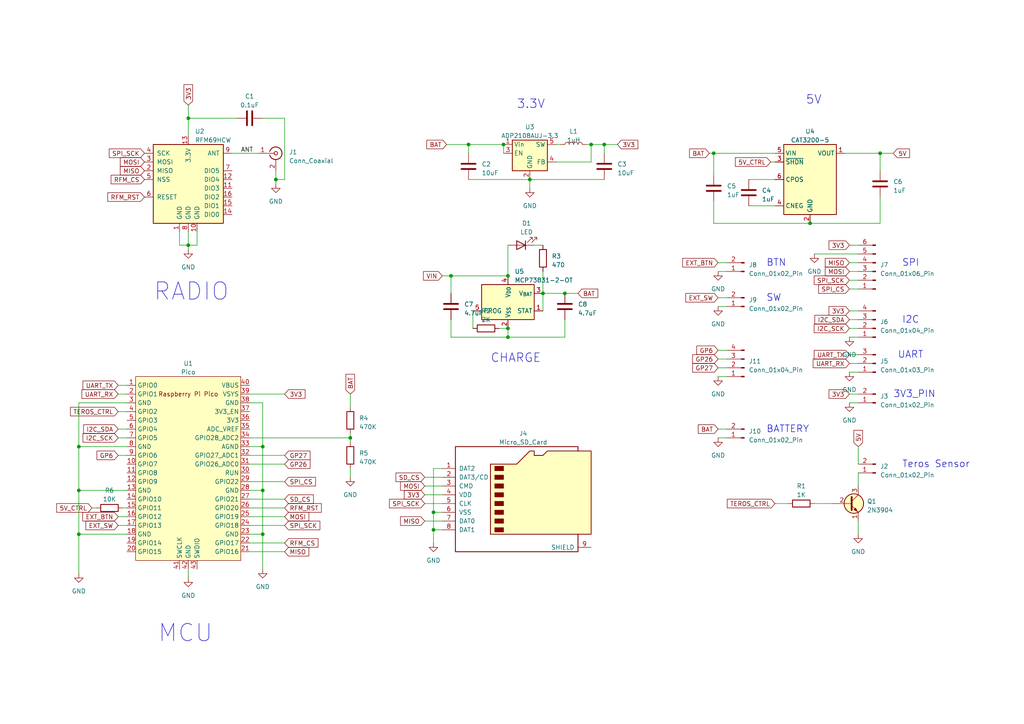
<source format=kicad_sch>
(kicad_sch (version 20230121) (generator eeschema)
  (paper "A4")
  (lib_symbols
    (symbol "Battery_Management:MCP73831-2-OT"
      (property "Reference" "U" (at -7.62 6.35 0))
      (property "Value" "MCP73831-2-OT" (at 1.27 6.35 0))
      (symbol "MCP73831-2-OT_0_1"
        (rectangle (start -7.62 5.08) (end 7.62 -5.08) (stroke (width 0.254)) (fill (type background)))
      )
      (symbol "MCP73831-2-OT_1_1"
        (pin output line (at 10.16 -2.54 180) (length 2.54) (name "STAT") (number "1"))
        (pin power_in line (at 0 -7.62 90) (length 2.54) (name "V_{SS}") (number "2"))
        (pin power_out line (at 10.16 2.54 180) (length 2.54) (name "V_{BAT}") (number "3"))
        (pin power_in line (at 0 7.62 270) (length 2.54) (name "V_{DD}") (number "4"))
        (pin input line (at -10.16 -2.54 0) (length 2.54) (name "PROG") (number "5"))
      )
    )
    (symbol "Connector:Conn_01x02_Pin" (pin_names (offset 1.016) hide)
      (property "Reference" "J" (at 0 2.54 0))
      (property "Value" "Conn_01x02_Pin" (at 0 -5.08 0))
      (symbol "Conn_01x02_Pin_1_1"
        (polyline (pts (xy 1.27 -2.54) (xy 0.8636 -2.54)) (stroke (width 0.1524)))
        (polyline (pts (xy 1.27 0) (xy 0.8636 0)) (stroke (width 0.1524)))
        (rectangle (start 0.8636 -2.413) (end 0 -2.667) (stroke (width 0.1524)) (fill (type outline)))
        (rectangle (start 0.8636 0.127) (end 0 -0.127) (stroke (width 0.1524)) (fill (type outline)))
        (pin passive line (at 5.08 0 180) (length 3.81) (name "Pin_1") (number "1"))
        (pin passive line (at 5.08 -2.54 180) (length 3.81) (name "Pin_2") (number "2"))
      )
    )
    (symbol "Connector:Conn_01x03_Pin" (pin_names (offset 1.016) hide)
      (property "Reference" "J" (at 0 5.08 0))
      (property "Value" "Conn_01x03_Pin" (at 0 -5.08 0))
      (symbol "Conn_01x03_Pin_1_1"
        (polyline (pts (xy 1.27 -2.54) (xy 0.8636 -2.54)) (stroke (width 0.1524)))
        (polyline (pts (xy 1.27 0) (xy 0.8636 0)) (stroke (width 0.1524)))
        (polyline (pts (xy 1.27 2.54) (xy 0.8636 2.54)) (stroke (width 0.1524)))
        (rectangle (start 0.8636 -2.413) (end 0 -2.667) (stroke (width 0.1524)) (fill (type outline)))
        (rectangle (start 0.8636 0.127) (end 0 -0.127) (stroke (width 0.1524)) (fill (type outline)))
        (rectangle (start 0.8636 2.667) (end 0 2.413) (stroke (width 0.1524)) (fill (type outline)))
        (pin passive line (at 5.08 2.54 180) (length 3.81) (name "Pin_1") (number "1"))
        (pin passive line (at 5.08 0 180) (length 3.81) (name "Pin_2") (number "2"))
        (pin passive line (at 5.08 -2.54 180) (length 3.81) (name "Pin_3") (number "3"))
      )
    )
    (symbol "Connector:Conn_01x04_Pin" (pin_names (offset 1.016) hide)
      (property "Reference" "J" (at 0 5.08 0))
      (property "Value" "Conn_01x04_Pin" (at 0 -7.62 0))
      (symbol "Conn_01x04_Pin_1_1"
        (polyline (pts (xy 1.27 -5.08) (xy 0.8636 -5.08)) (stroke (width 0.1524)))
        (polyline (pts (xy 1.27 -2.54) (xy 0.8636 -2.54)) (stroke (width 0.1524)))
        (polyline (pts (xy 1.27 0) (xy 0.8636 0)) (stroke (width 0.1524)))
        (polyline (pts (xy 1.27 2.54) (xy 0.8636 2.54)) (stroke (width 0.1524)))
        (rectangle (start 0.8636 -4.953) (end 0 -5.207) (stroke (width 0.1524)) (fill (type outline)))
        (rectangle (start 0.8636 -2.413) (end 0 -2.667) (stroke (width 0.1524)) (fill (type outline)))
        (rectangle (start 0.8636 0.127) (end 0 -0.127) (stroke (width 0.1524)) (fill (type outline)))
        (rectangle (start 0.8636 2.667) (end 0 2.413) (stroke (width 0.1524)) (fill (type outline)))
        (pin passive line (at 5.08 2.54 180) (length 3.81) (name "Pin_1") (number "1"))
        (pin passive line (at 5.08 0 180) (length 3.81) (name "Pin_2") (number "2"))
        (pin passive line (at 5.08 -2.54 180) (length 3.81) (name "Pin_3") (number "3"))
        (pin passive line (at 5.08 -5.08 180) (length 3.81) (name "Pin_4") (number "4"))
      )
    )
    (symbol "Connector:Conn_01x06_Pin" (pin_names (offset 1.016) hide)
      (property "Reference" "J" (at 0 7.62 0))
      (property "Value" "Conn_01x06_Pin" (at 0 -10.16 0))
      (symbol "Conn_01x06_Pin_1_1"
        (polyline (pts (xy 1.27 -7.62) (xy 0.8636 -7.62)) (stroke (width 0.1524)))
        (polyline (pts (xy 1.27 -5.08) (xy 0.8636 -5.08)) (stroke (width 0.1524)))
        (polyline (pts (xy 1.27 -2.54) (xy 0.8636 -2.54)) (stroke (width 0.1524)))
        (polyline (pts (xy 1.27 0) (xy 0.8636 0)) (stroke (width 0.1524)))
        (polyline (pts (xy 1.27 2.54) (xy 0.8636 2.54)) (stroke (width 0.1524)))
        (polyline (pts (xy 1.27 5.08) (xy 0.8636 5.08)) (stroke (width 0.1524)))
        (rectangle (start 0.8636 -7.493) (end 0 -7.747) (stroke (width 0.1524)) (fill (type outline)))
        (rectangle (start 0.8636 -4.953) (end 0 -5.207) (stroke (width 0.1524)) (fill (type outline)))
        (rectangle (start 0.8636 -2.413) (end 0 -2.667) (stroke (width 0.1524)) (fill (type outline)))
        (rectangle (start 0.8636 0.127) (end 0 -0.127) (stroke (width 0.1524)) (fill (type outline)))
        (rectangle (start 0.8636 2.667) (end 0 2.413) (stroke (width 0.1524)) (fill (type outline)))
        (rectangle (start 0.8636 5.207) (end 0 4.953) (stroke (width 0.1524)) (fill (type outline)))
        (pin passive line (at 5.08 5.08 180) (length 3.81) (name "Pin_1") (number "1"))
        (pin passive line (at 5.08 2.54 180) (length 3.81) (name "Pin_2") (number "2"))
        (pin passive line (at 5.08 0 180) (length 3.81) (name "Pin_3") (number "3"))
        (pin passive line (at 5.08 -2.54 180) (length 3.81) (name "Pin_4") (number "4"))
        (pin passive line (at 5.08 -5.08 180) (length 3.81) (name "Pin_5") (number "5"))
        (pin passive line (at 5.08 -7.62 180) (length 3.81) (name "Pin_6") (number "6"))
      )
    )
    (symbol "Connector:Conn_Coaxial" (pin_names (offset 1.016) hide)
      (property "Reference" "J" (at 0.254 3.048 0))
      (property "Value" "Conn_Coaxial" (at 2.921 0 90))
      (symbol "Conn_Coaxial_0_1"
        (arc (start -1.778 -0.508) (mid 0.2311 -1.8066) (end 1.778 0) (stroke (width 0.254)))
        (polyline (pts (xy -2.54 0) (xy -0.508 0)))
        (polyline (pts (xy 0 -2.54) (xy 0 -1.778)))
        (circle (center 0 0) (radius 0.508) (stroke (width 0.2032)))
        (arc (start 1.778 0) (mid 0.2099 1.8101) (end -1.778 0.508) (stroke (width 0.254)))
      )
      (symbol "Conn_Coaxial_1_1"
        (pin passive line (at -5.08 0 0) (length 2.54) (name "In") (number "1"))
        (pin passive line (at 0 -5.08 90) (length 2.54) (name "Ext") (number "2"))
      )
    )
    (symbol "Connector:Micro_SD_Card" (pin_names (offset 1.016))
      (property "Reference" "J" (at -16.51 15.24 0))
      (property "Value" "Micro_SD_Card" (at 16.51 15.24 0))
      (symbol "Micro_SD_Card_0_1"
        (rectangle (start -7.62 -9.525) (end -5.08 -10.795) (fill (type outline)))
        (rectangle (start -7.62 -6.985) (end -5.08 -8.255) (fill (type outline)))
        (rectangle (start -7.62 -4.445) (end -5.08 -5.715) (fill (type outline)))
        (rectangle (start -7.62 -1.905) (end -5.08 -3.175) (fill (type outline)))
        (rectangle (start -7.62 0.635) (end -5.08 -0.635) (fill (type outline)))
        (rectangle (start -7.62 3.175) (end -5.08 1.905) (fill (type outline)))
        (rectangle (start -7.62 5.715) (end -5.08 4.445) (fill (type outline)))
        (rectangle (start -7.62 8.255) (end -5.08 6.985) (fill (type outline)))
        (polyline (pts (xy 16.51 12.7) (xy 16.51 13.97) (xy -19.05 13.97) (xy -19.05 -16.51) (xy 16.51 -16.51) (xy 16.51 -11.43)) (stroke (width 0.254)))
        (polyline (pts (xy -8.89 -11.43) (xy -8.89 8.89) (xy -1.27 8.89) (xy 2.54 12.7) (xy 3.81 12.7) (xy 3.81 11.43) (xy 6.35 11.43) (xy 7.62 12.7) (xy 20.32 12.7) (xy 20.32 -11.43) (xy -8.89 -11.43)) (stroke (width 0.254)) (fill (type background)))
      )
      (symbol "Micro_SD_Card_1_1"
        (pin bidirectional line (at -22.86 7.62 0) (length 3.81) (name "DAT2") (number "1"))
        (pin bidirectional line (at -22.86 5.08 0) (length 3.81) (name "DAT3/CD") (number "2"))
        (pin input line (at -22.86 2.54 0) (length 3.81) (name "CMD") (number "3"))
        (pin power_in line (at -22.86 0 0) (length 3.81) (name "VDD") (number "4"))
        (pin input line (at -22.86 -2.54 0) (length 3.81) (name "CLK") (number "5"))
        (pin power_in line (at -22.86 -5.08 0) (length 3.81) (name "VSS") (number "6"))
        (pin bidirectional line (at -22.86 -7.62 0) (length 3.81) (name "DAT0") (number "7"))
        (pin bidirectional line (at -22.86 -10.16 0) (length 3.81) (name "DAT1") (number "8"))
        (pin passive line (at 20.32 -15.24 180) (length 3.81) (name "SHIELD") (number "9"))
      )
    )
    (symbol "Device:C" (pin_numbers hide) (pin_names (offset 0.254))
      (property "Reference" "C" (at 0.635 2.54 0))
      (property "Value" "C" (at 0.635 -2.54 0))
      (symbol "C_0_1"
        (polyline (pts (xy -2.032 -0.762) (xy 2.032 -0.762)) (stroke (width 0.508)))
        (polyline (pts (xy -2.032 0.762) (xy 2.032 0.762)) (stroke (width 0.508)))
      )
      (symbol "C_1_1"
        (pin passive line (at 0 3.81 270) (length 2.794) (name "~") (number "1"))
        (pin passive line (at 0 -3.81 90) (length 2.794) (name "~") (number "2"))
      )
    )
    (symbol "Device:L" (pin_numbers hide) (pin_names (offset 1.016) hide)
      (property "Reference" "L" (at -1.27 0 90))
      (property "Value" "L" (at 1.905 0 90))
      (symbol "L_0_1"
        (arc (start 0 -2.54) (mid 0.6323 -1.905) (end 0 -1.27))
        (arc (start 0 -1.27) (mid 0.6323 -0.635) (end 0 0))
        (arc (start 0 0) (mid 0.6323 0.635) (end 0 1.27))
        (arc (start 0 1.27) (mid 0.6323 1.905) (end 0 2.54))
      )
      (symbol "L_1_1"
        (pin passive line (at 0 3.81 270) (length 1.27) (name "1") (number "1"))
        (pin passive line (at 0 -3.81 90) (length 1.27) (name "2") (number "2"))
      )
    )
    (symbol "Device:LED" (pin_numbers hide) (pin_names (offset 1.016) hide)
      (property "Reference" "D" (at 0 2.54 0))
      (property "Value" "LED" (at 0 -2.54 0))
      (symbol "LED_0_1"
        (polyline (pts (xy -1.27 -1.27) (xy -1.27 1.27)) (stroke (width 0.254)))
        (polyline (pts (xy -1.27 0) (xy 1.27 0)))
        (polyline (pts (xy 1.27 -1.27) (xy 1.27 1.27) (xy -1.27 0) (xy 1.27 -1.27)) (stroke (width 0.254)))
        (polyline (pts (xy -3.048 -0.762) (xy -4.572 -2.286) (xy -3.81 -2.286) (xy -4.572 -2.286) (xy -4.572 -1.524)))
        (polyline (pts (xy -1.778 -0.762) (xy -3.302 -2.286) (xy -2.54 -2.286) (xy -3.302 -2.286) (xy -3.302 -1.524)))
      )
      (symbol "LED_1_1"
        (pin passive line (at -3.81 0 0) (length 2.54) (name "K") (number "1"))
        (pin passive line (at 3.81 0 180) (length 2.54) (name "A") (number "2"))
      )
    )
    (symbol "Device:R" (pin_numbers hide) (pin_names (offset 0))
      (property "Reference" "R" (at 2.032 0 90))
      (property "Value" "R" (at 0 0 90))
      (symbol "R_0_1"
        (rectangle (start -1.016 -2.54) (end 1.016 2.54) (stroke (width 0.254)))
      )
      (symbol "R_1_1"
        (pin passive line (at 0 3.81 270) (length 1.27) (name "~") (number "1"))
        (pin passive line (at 0 -3.81 90) (length 1.27) (name "~") (number "2"))
      )
    )
    (symbol "MCU_RaspberryPi_and_Boards:Pico"
      (property "Reference" "U" (at -13.97 27.94 0))
      (property "Value" "Pico" (at 0 19.05 0))
      (symbol "Pico_0_0"
        (text "Raspberry Pi Pico" (at 0 21.59 0) (effects (font (size 1.27 1.27))))
      )
      (symbol "Pico_0_1"
        (rectangle (start -15.24 26.67) (end 15.24 -26.67) (fill (type background)))
      )
      (symbol "Pico_1_1"
        (pin bidirectional line (at -17.78 24.13 0) (length 2.54) (name "GPIO0") (number "1"))
        (pin bidirectional line (at -17.78 1.27 0) (length 2.54) (name "GPIO7") (number "10"))
        (pin bidirectional line (at -17.78 -1.27 0) (length 2.54) (name "GPIO8") (number "11"))
        (pin bidirectional line (at -17.78 -3.81 0) (length 2.54) (name "GPIO9") (number "12"))
        (pin power_in line (at -17.78 -6.35 0) (length 2.54) (name "GND") (number "13"))
        (pin bidirectional line (at -17.78 -8.89 0) (length 2.54) (name "GPIO10") (number "14"))
        (pin bidirectional line (at -17.78 -11.43 0) (length 2.54) (name "GPIO11") (number "15"))
        (pin bidirectional line (at -17.78 -13.97 0) (length 2.54) (name "GPIO12") (number "16"))
        (pin bidirectional line (at -17.78 -16.51 0) (length 2.54) (name "GPIO13") (number "17"))
        (pin power_in line (at -17.78 -19.05 0) (length 2.54) (name "GND") (number "18"))
        (pin bidirectional line (at -17.78 -21.59 0) (length 2.54) (name "GPIO14") (number "19"))
        (pin bidirectional line (at -17.78 21.59 0) (length 2.54) (name "GPIO1") (number "2"))
        (pin bidirectional line (at -17.78 -24.13 0) (length 2.54) (name "GPIO15") (number "20"))
        (pin bidirectional line (at 17.78 -24.13 180) (length 2.54) (name "GPIO16") (number "21"))
        (pin bidirectional line (at 17.78 -21.59 180) (length 2.54) (name "GPIO17") (number "22"))
        (pin power_in line (at 17.78 -19.05 180) (length 2.54) (name "GND") (number "23"))
        (pin bidirectional line (at 17.78 -16.51 180) (length 2.54) (name "GPIO18") (number "24"))
        (pin bidirectional line (at 17.78 -13.97 180) (length 2.54) (name "GPIO19") (number "25"))
        (pin bidirectional line (at 17.78 -11.43 180) (length 2.54) (name "GPIO20") (number "26"))
        (pin bidirectional line (at 17.78 -8.89 180) (length 2.54) (name "GPIO21") (number "27"))
        (pin power_in line (at 17.78 -6.35 180) (length 2.54) (name "GND") (number "28"))
        (pin bidirectional line (at 17.78 -3.81 180) (length 2.54) (name "GPIO22") (number "29"))
        (pin power_in line (at -17.78 19.05 0) (length 2.54) (name "GND") (number "3"))
        (pin input line (at 17.78 -1.27 180) (length 2.54) (name "RUN") (number "30"))
        (pin bidirectional line (at 17.78 1.27 180) (length 2.54) (name "GPIO26_ADC0") (number "31"))
        (pin bidirectional line (at 17.78 3.81 180) (length 2.54) (name "GPIO27_ADC1") (number "32"))
        (pin power_in line (at 17.78 6.35 180) (length 2.54) (name "AGND") (number "33"))
        (pin bidirectional line (at 17.78 8.89 180) (length 2.54) (name "GPIO28_ADC2") (number "34"))
        (pin power_in line (at 17.78 11.43 180) (length 2.54) (name "ADC_VREF") (number "35"))
        (pin power_in line (at 17.78 13.97 180) (length 2.54) (name "3V3") (number "36"))
        (pin input line (at 17.78 16.51 180) (length 2.54) (name "3V3_EN") (number "37"))
        (pin bidirectional line (at 17.78 19.05 180) (length 2.54) (name "GND") (number "38"))
        (pin power_in line (at 17.78 21.59 180) (length 2.54) (name "VSYS") (number "39"))
        (pin bidirectional line (at -17.78 16.51 0) (length 2.54) (name "GPIO2") (number "4"))
        (pin power_in line (at 17.78 24.13 180) (length 2.54) (name "VBUS") (number "40"))
        (pin input line (at -2.54 -29.21 90) (length 2.54) (name "SWCLK") (number "41"))
        (pin power_in line (at 0 -29.21 90) (length 2.54) (name "GND") (number "42"))
        (pin bidirectional line (at 2.54 -29.21 90) (length 2.54) (name "SWDIO") (number "43"))
        (pin bidirectional line (at -17.78 13.97 0) (length 2.54) (name "GPIO3") (number "5"))
        (pin bidirectional line (at -17.78 11.43 0) (length 2.54) (name "GPIO4") (number "6"))
        (pin bidirectional line (at -17.78 8.89 0) (length 2.54) (name "GPIO5") (number "7"))
        (pin power_in line (at -17.78 6.35 0) (length 2.54) (name "GND") (number "8"))
        (pin bidirectional line (at -17.78 3.81 0) (length 2.54) (name "GPIO6") (number "9"))
      )
    )
    (symbol "PCM_Transistor_BJT_AKL:2N3904" (pin_names hide)
      (property "Reference" "Q" (at 5.08 1.27 0))
      (property "Value" "2N3904" (at 5.08 -1.27 0))
      (symbol "2N3904_0_1"
        (polyline (pts (xy 0.635 0.635) (xy 2.54 2.54)))
        (polyline (pts (xy 0.635 -0.635) (xy 2.54 -2.54) (xy 2.54 -2.54)))
        (polyline (pts (xy 0.635 1.905) (xy 0.635 -1.905) (xy 0.635 -1.905)) (stroke (width 0.508)))
        (polyline (pts (xy 1.27 -1.778) (xy 1.778 -1.27) (xy 2.286 -2.286) (xy 1.27 -1.778) (xy 1.27 -1.778)) (fill (type outline)))
        (circle (center 1.27 0) (radius 2.8194) (stroke (width 0.254)) (fill (type background)))
      )
      (symbol "2N3904_1_1"
        (pin passive line (at 2.54 -5.08 90) (length 2.54) (name "E") (number "1"))
        (pin passive line (at -5.08 0 0) (length 5.715) (name "B") (number "2"))
        (pin passive line (at 2.54 5.08 270) (length 2.54) (name "C") (number "3"))
      )
    )
    (symbol "RF_Module:RFM69HCW" (pin_names (offset 1.016))
      (property "Reference" "U" (at -10.414 11.684 0))
      (property "Value" "RFM69HCW" (at 1.524 11.43 0))
      (symbol "RFM69HCW_0_1"
        (rectangle (start -10.16 10.16) (end 10.16 -12.7) (stroke (width 0.254)) (fill (type background)))
      )
      (symbol "RFM69HCW_1_1"
        (pin power_in line (at -2.54 -15.24 90) (length 2.54) (name "GND") (number "1"))
        (pin power_in line (at 2.54 -15.24 90) (length 2.54) (name "GND") (number "10"))
        (pin bidirectional line (at 12.7 -2.54 180) (length 2.54) (name "DIO3") (number "11"))
        (pin bidirectional line (at 12.7 0 180) (length 2.54) (name "DIO4") (number "12"))
        (pin power_in line (at 0 12.7 270) (length 2.54) (name "3.3V") (number "13"))
        (pin bidirectional line (at 12.7 -10.16 180) (length 2.54) (name "DIO0") (number "14"))
        (pin bidirectional line (at 12.7 -7.62 180) (length 2.54) (name "DIO1") (number "15"))
        (pin bidirectional line (at 12.7 -5.08 180) (length 2.54) (name "DIO2") (number "16"))
        (pin output line (at -12.7 2.54 0) (length 2.54) (name "MISO") (number "2"))
        (pin input line (at -12.7 5.08 0) (length 2.54) (name "MOSI") (number "3"))
        (pin input line (at -12.7 7.62 0) (length 2.54) (name "SCK") (number "4"))
        (pin input line (at -12.7 0 0) (length 2.54) (name "NSS") (number "5"))
        (pin bidirectional line (at -12.7 -5.08 0) (length 2.54) (name "RESET") (number "6"))
        (pin bidirectional line (at 12.7 2.54 180) (length 2.54) (name "DIO5") (number "7"))
        (pin power_in line (at 0 -15.24 90) (length 2.54) (name "GND") (number "8"))
        (pin bidirectional line (at 12.7 7.62 180) (length 2.54) (name "ANT") (number "9"))
      )
    )
    (symbol "Regulator_SwitchedCapacitor:CAT3200-5"
      (property "Reference" "U" (at 6.35 11.43 0))
      (property "Value" "CAT3200-5" (at 6.35 -11.43 0))
      (symbol "CAT3200-5_0_1"
        (rectangle (start -7.62 10.16) (end 7.62 -10.16) (stroke (width 0.254)) (fill (type background)))
      )
      (symbol "CAT3200-5_1_1"
        (pin power_out line (at 10.16 7.62 180) (length 2.54) (name "VOUT") (number "1"))
        (pin power_in line (at 0 -12.7 90) (length 2.54) (name "GND") (number "2"))
        (pin input line (at -10.16 5.08 0) (length 2.54) (name "~{SHDN}") (number "3"))
        (pin passive line (at -10.16 -7.62 0) (length 2.54) (name "CNEG") (number "4"))
        (pin power_in line (at -10.16 7.62 0) (length 2.54) (name "VIN") (number "5"))
        (pin passive line (at -10.16 0 0) (length 2.54) (name "CPOS") (number "6"))
      )
    )
    (symbol "Regulator_Switching:ADP2108AUJ-3.3"
      (property "Reference" "U" (at -5.08 5.08 0))
      (property "Value" "ADP2108AUJ-3.3" (at 0 5.08 0))
      (symbol "ADP2108AUJ-3.3_0_1"
        (rectangle (start -5.08 3.81) (end 5.08 -5.08) (stroke (width 0.254)) (fill (type background)))
      )
      (symbol "ADP2108AUJ-3.3_1_1"
        (pin power_in line (at -7.62 2.54 0) (length 2.54) (name "Vin") (number "1"))
        (pin power_in line (at 0 -7.62 90) (length 2.54) (name "GND") (number "2"))
        (pin input line (at -7.62 0 0) (length 2.54) (name "EN") (number "3"))
        (pin input line (at 7.62 -2.54 180) (length 2.54) (name "FB") (number "4"))
        (pin input line (at 7.62 2.54 180) (length 2.54) (name "SW") (number "5"))
      )
    )
    (symbol "power:GND" (power) (pin_names (offset 0))
      (property "Value" "GND" (at 0 -3.81 0))
      (symbol "GND_0_1"
        (polyline (pts (xy 0 0) (xy 0 -1.27) (xy 1.27 -1.27) (xy 0 -2.54) (xy -1.27 -1.27) (xy 0 -1.27)))
      )
      (symbol "GND_1_1"
        (pin power_in line (at 0 0 270) (length 0) hide (name "GND") (number "1"))
      )
    )
  )
  (junction (at 147.32 80.01))
  (junction (at 147.32 97.79))
  (junction (at 22.86 142.24))
  (junction (at 175.26 41.91))
  (junction (at 146.05 41.91))
  (junction (at 54.61 34.29))
  (junction (at 76.2 142.24))
  (junction (at 234.95 64.77))
  (junction (at 157.48 85.09))
  (junction (at 76.2 154.94))
  (junction (at 101.6 127))
  (junction (at 125.73 153.67))
  (junction (at 153.67 52.07))
  (junction (at 130.81 80.01))
  (junction (at 76.2 129.54))
  (junction (at 171.45 41.91))
  (junction (at 163.83 85.09))
  (junction (at 54.61 71.12))
  (junction (at 80.01 52.07))
  (junction (at 147.32 95.25))
  (junction (at 207.01 44.45))
  (junction (at 135.89 41.91))
  (junction (at 255.27 44.45))
  (junction (at 22.86 154.94))
  (junction (at 22.86 129.54))
  (junction (at 125.73 148.59))
  (wire (pts (xy 128.27 135.89) (xy 125.73 135.89)))
  (wire (pts (xy 246.38 76.2) (xy 248.92 76.2)))
  (wire (pts (xy 76.2 165.1) (xy 76.2 154.94)))
  (wire (pts (xy 54.61 67.31) (xy 54.61 71.12)))
  (wire (pts (xy 72.39 149.86) (xy 82.55 149.86)))
  (wire (pts (xy 22.86 154.94) (xy 36.83 154.94)))
  (wire (pts (xy 246.38 105.41) (xy 248.92 105.41)))
  (wire (pts (xy 34.29 124.46) (xy 36.83 124.46)))
  (wire (pts (xy 36.83 116.84) (xy 22.86 116.84)))
  (wire (pts (xy 248.92 129.54) (xy 248.92 134.62)))
  (wire (pts (xy 82.55 52.07) (xy 80.01 52.07)))
  (wire (pts (xy 34.29 111.76) (xy 36.83 111.76)))
  (wire (pts (xy 72.39 157.48) (xy 82.55 157.48)))
  (wire (pts (xy 72.39 132.08) (xy 82.55 132.08)))
  (wire (pts (xy 224.79 146.05) (xy 228.6 146.05)))
  (wire (pts (xy 157.48 85.09) (xy 163.83 85.09)))
  (wire (pts (xy 135.89 44.45) (xy 135.89 41.91)))
  (wire (pts (xy 76.2 129.54) (xy 76.2 142.24)))
  (wire (pts (xy 146.05 41.91) (xy 146.05 44.45)))
  (wire (pts (xy 52.07 67.31) (xy 52.07 71.12)))
  (wire (pts (xy 147.32 71.12) (xy 147.32 80.01)))
  (wire (pts (xy 171.45 41.91) (xy 175.26 41.91)))
  (wire (pts (xy 208.28 101.6) (xy 210.82 101.6)))
  (wire (pts (xy 208.28 78.74) (xy 210.82 78.74)))
  (wire (pts (xy 130.81 97.79) (xy 147.32 97.79)))
  (wire (pts (xy 161.29 46.99) (xy 171.45 46.99)))
  (wire (pts (xy 67.31 44.45) (xy 74.93 44.45)))
  (wire (pts (xy 76.2 116.84) (xy 76.2 129.54)))
  (wire (pts (xy 72.39 160.02) (xy 82.55 160.02)))
  (wire (pts (xy 54.61 34.29) (xy 68.58 34.29)))
  (wire (pts (xy 255.27 44.45) (xy 259.08 44.45)))
  (wire (pts (xy 22.86 166.37) (xy 22.86 154.94)))
  (wire (pts (xy 130.81 80.01) (xy 147.32 80.01)))
  (wire (pts (xy 153.67 52.07) (xy 175.26 52.07)))
  (wire (pts (xy 208.28 127) (xy 210.82 127)))
  (wire (pts (xy 123.19 146.05) (xy 128.27 146.05)))
  (wire (pts (xy 171.45 46.99) (xy 171.45 41.91)))
  (wire (pts (xy 125.73 153.67) (xy 128.27 153.67)))
  (wire (pts (xy 129.54 41.91) (xy 135.89 41.91)))
  (wire (pts (xy 246.38 95.25) (xy 248.92 95.25)))
  (wire (pts (xy 163.83 92.71) (xy 163.83 97.79)))
  (wire (pts (xy 147.32 97.79) (xy 147.32 95.25)))
  (wire (pts (xy 246.38 102.87) (xy 248.92 102.87)))
  (wire (pts (xy 135.89 52.07) (xy 153.67 52.07)))
  (wire (pts (xy 34.29 114.3) (xy 36.83 114.3)))
  (wire (pts (xy 72.39 114.3) (xy 82.55 114.3)))
  (wire (pts (xy 34.29 127) (xy 36.83 127)))
  (wire (pts (xy 128.27 148.59) (xy 125.73 148.59)))
  (wire (pts (xy 76.2 142.24) (xy 76.2 154.94)))
  (wire (pts (xy 34.29 119.38) (xy 36.83 119.38)))
  (wire (pts (xy 248.92 137.16) (xy 248.92 140.97)))
  (wire (pts (xy 137.16 90.17) (xy 137.16 95.25)))
  (wire (pts (xy 35.56 147.32) (xy 36.83 147.32)))
  (wire (pts (xy 207.01 58.42) (xy 207.01 64.77)))
  (wire (pts (xy 101.6 135.89) (xy 101.6 138.43)))
  (wire (pts (xy 82.55 34.29) (xy 82.55 52.07)))
  (wire (pts (xy 175.26 44.45) (xy 175.26 41.91)))
  (wire (pts (xy 22.86 142.24) (xy 36.83 142.24)))
  (wire (pts (xy 22.86 116.84) (xy 22.86 129.54)))
  (wire (pts (xy 246.38 71.12) (xy 248.92 71.12)))
  (wire (pts (xy 72.39 142.24) (xy 76.2 142.24)))
  (wire (pts (xy 101.6 125.73) (xy 101.6 127)))
  (wire (pts (xy 34.29 132.08) (xy 36.83 132.08)))
  (wire (pts (xy 57.15 71.12) (xy 54.61 71.12)))
  (wire (pts (xy 72.39 152.4) (xy 82.55 152.4)))
  (wire (pts (xy 123.19 151.13) (xy 128.27 151.13)))
  (wire (pts (xy 255.27 44.45) (xy 255.27 49.53)))
  (wire (pts (xy 34.29 152.4) (xy 36.83 152.4)))
  (wire (pts (xy 125.73 153.67) (xy 125.73 157.48)))
  (wire (pts (xy 205.74 44.45) (xy 207.01 44.45)))
  (wire (pts (xy 101.6 114.3) (xy 101.6 118.11)))
  (wire (pts (xy 248.92 151.13) (xy 248.92 154.94)))
  (wire (pts (xy 245.11 44.45) (xy 255.27 44.45)))
  (wire (pts (xy 26.67 147.32) (xy 27.94 147.32)))
  (wire (pts (xy 52.07 71.12) (xy 54.61 71.12)))
  (wire (pts (xy 128.27 80.01) (xy 130.81 80.01)))
  (wire (pts (xy 72.39 139.7) (xy 82.55 139.7)))
  (wire (pts (xy 22.86 129.54) (xy 22.86 142.24)))
  (wire (pts (xy 76.2 34.29) (xy 82.55 34.29)))
  (wire (pts (xy 246.38 90.17) (xy 248.92 90.17)))
  (wire (pts (xy 246.38 116.84) (xy 248.92 116.84)))
  (wire (pts (xy 246.38 78.74) (xy 248.92 78.74)))
  (wire (pts (xy 234.95 64.77) (xy 255.27 64.77)))
  (wire (pts (xy 163.83 97.79) (xy 147.32 97.79)))
  (wire (pts (xy 208.28 124.46) (xy 210.82 124.46)))
  (wire (pts (xy 208.28 76.2) (xy 210.82 76.2)))
  (wire (pts (xy 54.61 165.1) (xy 54.61 167.64)))
  (wire (pts (xy 246.38 107.95) (xy 248.92 107.95)))
  (wire (pts (xy 246.38 81.28) (xy 248.92 81.28)))
  (wire (pts (xy 255.27 57.15) (xy 255.27 64.77)))
  (wire (pts (xy 72.39 134.62) (xy 82.55 134.62)))
  (wire (pts (xy 175.26 41.91) (xy 179.07 41.91)))
  (wire (pts (xy 135.89 41.91) (xy 146.05 41.91)))
  (wire (pts (xy 72.39 127) (xy 101.6 127)))
  (wire (pts (xy 130.81 85.09) (xy 130.81 80.01)))
  (wire (pts (xy 208.28 88.9) (xy 210.82 88.9)))
  (wire (pts (xy 101.6 127) (xy 101.6 128.27)))
  (wire (pts (xy 72.39 147.32) (xy 82.55 147.32)))
  (wire (pts (xy 144.78 95.25) (xy 147.32 95.25)))
  (wire (pts (xy 236.22 146.05) (xy 241.3 146.05)))
  (wire (pts (xy 236.22 73.66) (xy 248.92 73.66)))
  (wire (pts (xy 208.28 106.68) (xy 210.82 106.68)))
  (wire (pts (xy 207.01 50.8) (xy 207.01 44.45)))
  (wire (pts (xy 153.67 52.07) (xy 153.67 54.61)))
  (wire (pts (xy 123.19 143.51) (xy 128.27 143.51)))
  (wire (pts (xy 80.01 52.07) (xy 80.01 53.34)))
  (wire (pts (xy 207.01 44.45) (xy 224.79 44.45)))
  (wire (pts (xy 72.39 144.78) (xy 82.55 144.78)))
  (wire (pts (xy 246.38 97.79) (xy 248.92 97.79)))
  (wire (pts (xy 34.29 149.86) (xy 36.83 149.86)))
  (wire (pts (xy 223.52 46.99) (xy 224.79 46.99)))
  (wire (pts (xy 123.19 140.97) (xy 128.27 140.97)))
  (wire (pts (xy 22.86 142.24) (xy 22.86 154.94)))
  (wire (pts (xy 217.17 52.07) (xy 224.79 52.07)))
  (wire (pts (xy 170.18 41.91) (xy 171.45 41.91)))
  (wire (pts (xy 157.48 85.09) (xy 157.48 90.17)))
  (wire (pts (xy 208.28 104.14) (xy 210.82 104.14)))
  (wire (pts (xy 22.86 129.54) (xy 36.83 129.54)))
  (wire (pts (xy 57.15 67.31) (xy 57.15 71.12)))
  (wire (pts (xy 125.73 148.59) (xy 125.73 153.67)))
  (wire (pts (xy 208.28 86.36) (xy 210.82 86.36)))
  (wire (pts (xy 76.2 154.94) (xy 72.39 154.94)))
  (wire (pts (xy 246.38 92.71) (xy 248.92 92.71)))
  (wire (pts (xy 207.01 64.77) (xy 234.95 64.77)))
  (wire (pts (xy 154.94 71.12) (xy 157.48 71.12)))
  (wire (pts (xy 80.01 49.53) (xy 80.01 52.07)))
  (wire (pts (xy 54.61 71.12) (xy 54.61 72.39)))
  (wire (pts (xy 208.28 109.22) (xy 210.82 109.22)))
  (wire (pts (xy 54.61 39.37) (xy 54.61 34.29)))
  (wire (pts (xy 217.17 59.69) (xy 224.79 59.69)))
  (wire (pts (xy 161.29 41.91) (xy 162.56 41.91)))
  (wire (pts (xy 123.19 138.43) (xy 128.27 138.43)))
  (wire (pts (xy 125.73 135.89) (xy 125.73 148.59)))
  (wire (pts (xy 54.61 30.48) (xy 54.61 34.29)))
  (wire (pts (xy 72.39 116.84) (xy 76.2 116.84)))
  (wire (pts (xy 72.39 129.54) (xy 76.2 129.54)))
  (wire (pts (xy 130.81 92.71) (xy 130.81 97.79)))
  (wire (pts (xy 246.38 114.3) (xy 248.92 114.3)))
  (wire (pts (xy 163.83 85.09) (xy 167.64 85.09)))
  (wire (pts (xy 157.48 78.74) (xy 157.48 85.09)))
  (wire (pts (xy 246.38 83.82) (xy 248.92 83.82)))
  (text "5V" (at 233.68 30.48 0) (effects (font (size 2.5 2.5)) (justify left bottom)))
  (text "3V3_PIN" (at 259.08 115.57 0) (effects (font (size 2 2)) (justify left bottom)))
  (text "RADIO" (at 44.45 87.63 0) (effects (font (size 5 5)) (justify left bottom)))
  (text "BTN" (at 222.25 77.47 0) (effects (font (size 2 2)) (justify left bottom)))
  (text "I2C" (at 261.62 93.98 0) (effects (font (size 2 2)) (justify left bottom)))
  (text "SW" (at 222.25 87.63 0) (effects (font (size 2 2)) (justify left bottom)))
  (text "UART" (at 260.35 104.14 0) (effects (font (size 2 2)) (justify left bottom)))
  (text "Teros Sensor" (at 261.62 135.89 0) (effects (font (size 2 2)) (justify left bottom)))
  (text "MCU\n" (at 45.72 186.69 0) (effects (font (size 5 5)) (justify left bottom)))
  (text "3.3V" (at 149.86 31.75 0) (effects (font (size 2.5 2.5)) (justify left bottom)))
  (text "BATTERY" (at 222.25 125.73 0) (effects (font (size 2 2)) (justify left bottom)))
  (text "SPI" (at 261.62 77.47 0) (effects (font (size 2 2)) (justify left bottom)))
  (text "CHARGE" (at 142.24 105.41 0) (effects (font (size 2.5 2.5)) (justify left bottom)))
  (label "ANT" (at 69.85 44.45 0))
  (global_label "BAT" (shape input) (at 129.54 41.91 180) (property "Intersheetrefs" "${INTERSHEET_REFS}" (effects hide)))
  (global_label "I2C_SCK" (shape input) (at 246.38 95.25 180) (property "Intersheetrefs" "${INTERSHEET_REFS}" (effects hide)))
  (global_label "SD_CS" (shape input) (at 123.19 138.43 180) (property "Intersheetrefs" "${INTERSHEET_REFS}" (effects hide)))
  (global_label "EXT_BTN" (shape input) (at 34.29 149.86 180) (property "Intersheetrefs" "${INTERSHEET_REFS}" (effects hide)))
  (global_label "TEROS_CTRL" (shape input) (at 224.79 146.05 180) (property "Intersheetrefs" "${INTERSHEET_REFS}" (effects hide)))
  (global_label "GP6" (shape input) (at 34.29 132.08 180) (property "Intersheetrefs" "${INTERSHEET_REFS}" (effects hide)))
  (global_label "SPI_SCK" (shape input) (at 123.19 146.05 180) (property "Intersheetrefs" "${INTERSHEET_REFS}" (effects hide)))
  (global_label "3V3" (shape input) (at 246.38 90.17 180) (property "Intersheetrefs" "${INTERSHEET_REFS}" (effects hide)))
  (global_label "MOSI" (shape input) (at 246.38 78.74 180) (property "Intersheetrefs" "${INTERSHEET_REFS}" (effects hide)))
  (global_label "SPI_SCK" (shape input) (at 82.55 152.4 0) (property "Intersheetrefs" "${INTERSHEET_REFS}" (effects hide)))
  (global_label "GP6" (shape input) (at 208.28 101.6 180) (property "Intersheetrefs" "${INTERSHEET_REFS}" (effects hide)))
  (global_label "SPI_CS" (shape input) (at 246.38 83.82 180) (property "Intersheetrefs" "${INTERSHEET_REFS}" (effects hide)))
  (global_label "RFM_RST" (shape input) (at 82.55 147.32 0) (property "Intersheetrefs" "${INTERSHEET_REFS}" (effects hide)))
  (global_label "SPI_CS" (shape input) (at 82.55 139.7 0) (property "Intersheetrefs" "${INTERSHEET_REFS}" (effects hide)))
  (global_label "EXT_BTN" (shape input) (at 208.28 76.2 180) (property "Intersheetrefs" "${INTERSHEET_REFS}" (effects hide)))
  (global_label "EXT_SW" (shape input) (at 208.28 86.36 180) (property "Intersheetrefs" "${INTERSHEET_REFS}" (effects hide)))
  (global_label "5V_CTRL" (shape input) (at 26.67 147.32 180) (property "Intersheetrefs" "${INTERSHEET_REFS}" (effects hide)))
  (global_label "BAT" (shape input) (at 205.74 44.45 180) (property "Intersheetrefs" "${INTERSHEET_REFS}" (effects hide)))
  (global_label "BAT" (shape input) (at 101.6 114.3 90) (property "Intersheetrefs" "${INTERSHEET_REFS}" (effects hide)))
  (global_label "BAT" (shape input) (at 208.28 124.46 180) (property "Intersheetrefs" "${INTERSHEET_REFS}" (effects hide)))
  (global_label "UART_RX" (shape input) (at 246.38 105.41 180) (property "Intersheetrefs" "${INTERSHEET_REFS}" (effects hide)))
  (global_label "MISO" (shape input) (at 123.19 151.13 180) (property "Intersheetrefs" "${INTERSHEET_REFS}" (effects hide)))
  (global_label "GP26" (shape input) (at 208.28 104.14 180) (property "Intersheetrefs" "${INTERSHEET_REFS}" (effects hide)))
  (global_label "I2C_SCK" (shape input) (at 34.29 127 180) (property "Intersheetrefs" "${INTERSHEET_REFS}" (effects hide)))
  (global_label "EXT_SW" (shape input) (at 34.29 152.4 180) (property "Intersheetrefs" "${INTERSHEET_REFS}" (effects hide)))
  (global_label "BAT" (shape input) (at 167.64 85.09 0) (property "Intersheetrefs" "${INTERSHEET_REFS}" (effects hide)))
  (global_label "RFM_RST" (shape input) (at 41.91 57.15 180) (property "Intersheetrefs" "${INTERSHEET_REFS}" (effects hide)))
  (global_label "UART_TX" (shape input) (at 34.29 111.76 180) (property "Intersheetrefs" "${INTERSHEET_REFS}" (effects hide)))
  (global_label "GP26" (shape input) (at 82.55 134.62 0) (property "Intersheetrefs" "${INTERSHEET_REFS}" (effects hide)))
  (global_label "5V" (shape input) (at 248.92 129.54 90) (property "Intersheetrefs" "${INTERSHEET_REFS}" (effects hide)))
  (global_label "5V" (shape input) (at 259.08 44.45 0) (property "Intersheetrefs" "${INTERSHEET_REFS}" (effects hide)))
  (global_label "3V3" (shape input) (at 246.38 71.12 180) (property "Intersheetrefs" "${INTERSHEET_REFS}" (effects hide)))
  (global_label "GP27" (shape input) (at 82.55 132.08 0) (property "Intersheetrefs" "${INTERSHEET_REFS}" (effects hide)))
  (global_label "MISO" (shape input) (at 246.38 76.2 180) (property "Intersheetrefs" "${INTERSHEET_REFS}" (effects hide)))
  (global_label "UART_RX" (shape input) (at 34.29 114.3 180) (property "Intersheetrefs" "${INTERSHEET_REFS}" (effects hide)))
  (global_label "MOSI" (shape input) (at 82.55 149.86 0) (property "Intersheetrefs" "${INTERSHEET_REFS}" (effects hide)))
  (global_label "I2C_SDA" (shape input) (at 34.29 124.46 180) (property "Intersheetrefs" "${INTERSHEET_REFS}" (effects hide)))
  (global_label "I2C_SDA" (shape input) (at 246.38 92.71 180) (property "Intersheetrefs" "${INTERSHEET_REFS}" (effects hide)))
  (global_label "MOSI" (shape input) (at 41.91 46.99 180) (property "Intersheetrefs" "${INTERSHEET_REFS}" (effects hide)))
  (global_label "3V3" (shape input) (at 246.38 114.3 180) (property "Intersheetrefs" "${INTERSHEET_REFS}" (effects hide)))
  (global_label "RFM_CS" (shape input) (at 82.55 157.48 0) (property "Intersheetrefs" "${INTERSHEET_REFS}" (effects hide)))
  (global_label "SPI_SCK" (shape input) (at 246.38 81.28 180) (property "Intersheetrefs" "${INTERSHEET_REFS}" (effects hide)))
  (global_label "MOSI" (shape input) (at 123.19 140.97 180) (property "Intersheetrefs" "${INTERSHEET_REFS}" (effects hide)))
  (global_label "SD_CS" (shape input) (at 82.55 144.78 0) (property "Intersheetrefs" "${INTERSHEET_REFS}" (effects hide)))
  (global_label "MISO" (shape input) (at 82.55 160.02 0) (property "Intersheetrefs" "${INTERSHEET_REFS}" (effects hide)))
  (global_label "MISO" (shape input) (at 41.91 49.53 180) (property "Intersheetrefs" "${INTERSHEET_REFS}" (effects hide)))
  (global_label "RFM_CS" (shape input) (at 41.91 52.07 180) (property "Intersheetrefs" "${INTERSHEET_REFS}" (effects hide)))
  (global_label "3V3" (shape input) (at 54.61 30.48 90) (property "Intersheetrefs" "${INTERSHEET_REFS}" (effects hide)))
  (global_label "3V3" (shape input) (at 179.07 41.91 0) (property "Intersheetrefs" "${INTERSHEET_REFS}" (effects hide)))
  (global_label "UART_TX" (shape input) (at 246.38 102.87 180) (property "Intersheetrefs" "${INTERSHEET_REFS}" (effects hide)))
  (global_label "VIN" (shape input) (at 128.27 80.01 180) (property "Intersheetrefs" "${INTERSHEET_REFS}" (effects hide)))
  (global_label "SPI_SCK" (shape input) (at 41.91 44.45 180) (property "Intersheetrefs" "${INTERSHEET_REFS}" (effects hide)))
  (global_label "GP27" (shape input) (at 208.28 106.68 180) (property "Intersheetrefs" "${INTERSHEET_REFS}" (effects hide)))
  (global_label "3V3" (shape input) (at 123.19 143.51 180) (property "Intersheetrefs" "${INTERSHEET_REFS}" (effects hide)))
  (global_label "5V_CTRL" (shape input) (at 223.52 46.99 180) (property "Intersheetrefs" "${INTERSHEET_REFS}" (effects hide)))
  (global_label "3V3" (shape input) (at 82.55 114.3 0) (property "Intersheetrefs" "${INTERSHEET_REFS}" (effects hide)))
  (global_label "TEROS_CTRL" (shape input) (at 34.29 119.38 180) (property "Intersheetrefs" "${INTERSHEET_REFS}" (effects hide)))
  (symbol (lib_id "Connector:Conn_01x02_Pin") (at 215.9 78.74 180) (unit 1)
    (property "Reference" "J8" (at 217.17 76.835 0) (effects (justify right)))
    (property "Value" "Conn_01x02_Pin" (at 217.17 79.375 0) (effects (justify right)))
    (property "Footprint" "Connector_PinHeader_2.54mm:PinHeader_1x02_P2.54mm_Vertical" (effects hide))
  )
  (symbol (lib_id "Connector:Conn_01x02_Pin") (at 215.9 88.9 180) (unit 1)
    (property "Reference" "J9" (at 217.17 86.995 0) (effects (justify right)))
    (property "Value" "Conn_01x02_Pin" (at 217.17 89.535 0) (effects (justify right)))
    (property "Footprint" "Connector_PinHeader_2.54mm:PinHeader_1x02_P2.54mm_Vertical" (effects hide))
  )
  (symbol (lib_id "Device:R") (at 31.75 147.32 270) (unit 1)
    (property "Reference" "R6" (at 31.75 142.24 90))
    (property "Value" "10K" (at 31.75 144.78 90))
    (property "Footprint" "Resistor_SMD:R_0805_2012Metric_Pad1.20x1.40mm_HandSolder" (effects hide))
  )
  (symbol (lib_id "MCU_RaspberryPi_and_Boards:Pico") (at 54.61 135.89 0) (unit 1)
    (property "Reference" "U1" (at 54.61 105.41 0))
    (property "Value" "Pico" (at 54.61 107.95 0))
    (property "Footprint" "MCU_RaspberryPi_and_Boards:RPi_Pico_SMD_TH" (effects hide))
  )
  (symbol (lib_id "power:GND") (at 246.38 107.95 0) (unit 1)
    (property "Reference" "#PWR011" (effects hide))
    (property "Value" "GND" (at 246.38 113.03 0))
  )
  (symbol (lib_id "Device:C") (at 163.83 88.9 0) (unit 1)
    (property "Reference" "C8" (at 167.64 88.265 0) (effects (justify left)))
    (property "Value" "4.7uF" (at 167.64 90.805 0) (effects (justify left)))
    (property "Footprint" "Capacitor_SMD:C_0805_2012Metric_Pad1.18x1.45mm_HandSolder" (effects hide))
  )
  (symbol (lib_id "PCM_Transistor_BJT_AKL:2N3904") (at 246.38 146.05 0) (unit 1)
    (property "Reference" "Q1" (at 251.46 145.415 0) (effects (justify left)))
    (property "Value" "2N3904" (at 251.46 147.955 0) (effects (justify left)))
    (property "Footprint" "PCM_Package_TO_SOT_THT_AKL:TO-92_Inline" (effects hide))
    (property "Datasheet" "https://www.tme.eu/Document/12bff749841e3a356e683e9a8e7e4119/2N3904BU-DTE.pdf" (effects hide))
  )
  (symbol (lib_id "Device:C") (at 255.27 53.34 0) (unit 1)
    (property "Reference" "C6" (at 259.08 52.705 0) (effects (justify left)))
    (property "Value" "1uF" (at 259.08 55.245 0) (effects (justify left)))
    (property "Footprint" "Capacitor_SMD:C_0805_2012Metric_Pad1.18x1.45mm_HandSolder" (effects hide))
  )
  (symbol (lib_id "power:GND") (at 153.67 54.61 0) (unit 1)
    (property "Reference" "#PWR07" (effects hide))
    (property "Value" "GND" (at 153.67 59.69 0))
  )
  (symbol (lib_id "power:GND") (at 22.86 166.37 0) (unit 1)
    (property "Reference" "#PWR015" (effects hide))
    (property "Value" "GND" (at 22.86 171.45 0))
  )
  (symbol (lib_id "power:GND") (at 246.38 116.84 0) (unit 1)
    (property "Reference" "#PWR012" (effects hide))
    (property "Value" "GND" (at 246.38 121.92 0))
  )
  (symbol (lib_id "Device:L") (at 166.37 41.91 90) (unit 1)
    (property "Reference" "L1" (at 166.37 38.1 90))
    (property "Value" "1uH" (at 166.37 40.64 90))
    (property "Footprint" "Inductor_SMD:L_1008_2520Metric_Pad1.43x2.20mm_HandSolder" (effects hide))
  )
  (symbol (lib_id "power:GND") (at 125.73 157.48 0) (unit 1)
    (property "Reference" "#PWR06" (effects hide))
    (property "Value" "GND" (at 125.73 162.56 0))
  )
  (symbol (lib_id "Device:C") (at 135.89 48.26 0) (unit 1)
    (property "Reference" "C2" (at 139.7 47.625 0) (effects (justify left)))
    (property "Value" "10uF" (at 139.7 50.165 0) (effects (justify left)))
    (property "Footprint" "Capacitor_SMD:C_0805_2012Metric_Pad1.18x1.45mm_HandSolder" (effects hide))
  )
  (symbol (lib_id "Connector:Conn_01x04_Pin") (at 215.9 106.68 180) (unit 1)
    (property "Reference" "J11" (at 217.17 104.775 0) (effects (justify right)))
    (property "Value" "Conn_01x04_Pin" (at 217.17 107.315 0) (effects (justify right)))
    (property "Footprint" "Connector_PinHeader_2.54mm:PinHeader_1x04_P2.54mm_Vertical" (effects hide))
  )
  (symbol (lib_id "power:GND") (at 246.38 97.79 0) (unit 1)
    (property "Reference" "#PWR010" (effects hide))
    (property "Value" "GND" (at 246.38 102.87 0))
  )
  (symbol (lib_id "Device:R") (at 101.6 121.92 0) (unit 1)
    (property "Reference" "R4" (at 104.14 121.285 0) (effects (justify left)))
    (property "Value" "470K" (at 104.14 123.825 0) (effects (justify left)))
    (property "Footprint" "Resistor_SMD:R_0805_2012Metric_Pad1.20x1.40mm_HandSolder" (effects hide))
  )
  (symbol (lib_id "Regulator_SwitchedCapacitor:CAT3200-5") (at 234.95 52.07 0) (unit 1)
    (property "Reference" "U4" (at 234.95 38.1 0))
    (property "Value" "CAT3200-5" (at 234.95 40.64 0))
    (property "Footprint" "Package_TO_SOT_SMD:SOT-23-6" (effects hide))
    (property "Datasheet" "https://www.onsemi.com/pdf/datasheet/cat3200-d.pdf" (effects hide))
  )
  (symbol (lib_id "Device:C") (at 130.81 88.9 0) (unit 1)
    (property "Reference" "C7" (at 134.62 88.265 0) (effects (justify left)))
    (property "Value" "4.7uF" (at 134.62 90.805 0) (effects (justify left)))
    (property "Footprint" "Capacitor_SMD:C_0805_2012Metric_Pad1.18x1.45mm_HandSolder" (effects hide))
  )
  (symbol (lib_id "power:GND") (at 208.28 88.9 0) (unit 1)
    (property "Reference" "#PWR05" (effects hide))
    (property "Value" "GND" (at 208.28 93.98 0))
  )
  (symbol (lib_id "power:GND") (at 76.2 165.1 0) (unit 1)
    (property "Reference" "#PWR02" (effects hide))
    (property "Value" "GND" (at 76.2 170.18 0))
  )
  (symbol (lib_id "Connector:Conn_01x02_Pin") (at 254 116.84 180) (unit 1)
    (property "Reference" "J3" (at 255.27 114.935 0) (effects (justify right)))
    (property "Value" "Conn_01x02_Pin" (at 255.27 117.475 0) (effects (justify right)))
    (property "Footprint" "Connector_PinHeader_2.54mm:PinHeader_1x02_P2.54mm_Vertical" (effects hide))
  )
  (symbol (lib_id "power:GND") (at 208.28 78.74 0) (unit 1)
    (property "Reference" "#PWR08" (effects hide))
    (property "Value" "GND" (at 208.28 83.82 0))
  )
  (symbol (lib_id "Connector:Conn_01x06_Pin") (at 254 78.74 180) (unit 1)
    (property "Reference" "J7" (at 255.27 76.835 0) (effects (justify right)))
    (property "Value" "Conn_01x06_Pin" (at 255.27 79.375 0) (effects (justify right)))
    (property "Footprint" "Connector_PinHeader_2.54mm:PinHeader_1x06_P2.54mm_Vertical" (effects hide))
  )
  (symbol (lib_id "power:GND") (at 54.61 72.39 0) (unit 1)
    (property "Reference" "#PWR01" (effects hide))
    (property "Value" "GND" (at 54.61 77.47 0))
  )
  (symbol (lib_id "Connector:Conn_01x03_Pin") (at 254 105.41 180) (unit 1)
    (property "Reference" "J5" (at 255.27 104.775 0) (effects (justify right)))
    (property "Value" "Conn_01x03_Pin" (at 255.27 107.315 0) (effects (justify right)))
    (property "Footprint" "Connector_PinHeader_2.54mm:PinHeader_1x03_P2.54mm_Vertical" (effects hide))
  )
  (symbol (lib_id "Connector:Micro_SD_Card") (at 151.13 143.51 0) (unit 1)
    (property "Reference" "J4" (at 151.765 125.73 0))
    (property "Value" "Micro_SD_Card" (at 151.765 128.27 0))
    (property "Footprint" "Connector_Card:microSD_HC_Molex_104031-0811" (effects hide))
    (property "Datasheet" "http://katalog.we-online.de/em/datasheet/693072010801.pdf" (effects hide))
  )
  (symbol (lib_id "Connector:Conn_01x02_Pin") (at 215.9 127 180) (unit 1)
    (property "Reference" "J10" (at 217.17 125.095 0) (effects (justify right)))
    (property "Value" "Conn_01x02_Pin" (at 217.17 127.635 0) (effects (justify right)))
    (property "Footprint" "Connector_PinHeader_2.54mm:PinHeader_1x02_P2.54mm_Vertical" (effects hide))
  )
  (symbol (lib_id "Device:C") (at 207.01 54.61 0) (unit 1)
    (property "Reference" "C5" (at 210.82 53.975 0) (effects (justify left)))
    (property "Value" "1uF" (at 210.82 56.515 0) (effects (justify left)))
    (property "Footprint" "Capacitor_SMD:C_0805_2012Metric_Pad1.18x1.45mm_HandSolder" (effects hide))
  )
  (symbol (lib_id "Device:R") (at 140.97 95.25 90) (unit 1)
    (property "Reference" "R2" (at 140.97 90.17 90))
    (property "Value" "2K" (at 140.97 92.71 90))
    (property "Footprint" "Resistor_SMD:R_0805_2012Metric_Pad1.20x1.40mm_HandSolder" (effects hide))
  )
  (symbol (lib_id "Device:R") (at 157.48 74.93 0) (unit 1)
    (property "Reference" "R3" (at 160.02 74.295 0) (effects (justify left)))
    (property "Value" "470" (at 160.02 76.835 0) (effects (justify left)))
    (property "Footprint" "Resistor_SMD:R_0805_2012Metric_Pad1.20x1.40mm_HandSolder" (effects hide))
  )
  (symbol (lib_id "Battery_Management:MCP73831-2-OT") (at 147.32 87.63 0) (unit 1)
    (property "Reference" "U5" (at 149.2759 78.74 0) (effects (justify left)))
    (property "Value" "MCP73831-2-OT" (at 149.2759 81.28 0) (effects (justify left)))
    (property "Footprint" "Package_TO_SOT_SMD:SOT-23-5" (effects hide))
    (property "Datasheet" "http://ww1.microchip.com/downloads/en/DeviceDoc/20001984g.pdf" (effects hide))
  )
  (symbol (lib_id "Device:R") (at 232.41 146.05 90) (unit 1)
    (property "Reference" "R1" (at 232.41 140.97 90))
    (property "Value" "1K" (at 232.41 143.51 90))
    (property "Footprint" "Resistor_SMD:R_0805_2012Metric_Pad1.20x1.40mm_HandSolder" (effects hide))
  )
  (symbol (lib_id "Connector:Conn_Coaxial") (at 80.01 44.45 0) (unit 1)
    (property "Reference" "J1" (at 83.82 44.1082 0) (effects (justify left)))
    (property "Value" "Conn_Coaxial" (at 83.82 46.6482 0) (effects (justify left)))
    (property "Footprint" "Connector_Coaxial:SMA_Amphenol_132289_EdgeMount" (effects hide))
    (property "Datasheet" " ~" (effects hide))
  )
  (symbol (lib_id "Regulator_Switching:ADP2108AUJ-3.3") (at 153.67 44.45 0) (unit 1)
    (property "Reference" "U3" (at 153.67 36.83 0))
    (property "Value" "ADP2108AUJ-3.3" (at 153.67 39.37 0))
    (property "Footprint" "Package_TO_SOT_SMD:TSOT-23-5" (effects hide))
    (property "Datasheet" "https://www.analog.com/media/en/technical-documentation/data-sheets/ADP2108.pdf" (effects hide))
  )
  (symbol (lib_id "power:GND") (at 208.28 109.22 0) (unit 1)
    (property "Reference" "#PWR016" (effects hide))
    (property "Value" "GND" (at 208.28 114.3 0))
  )
  (symbol (lib_id "power:GND") (at 54.61 167.64 0) (unit 1)
    (property "Reference" "#PWR014" (effects hide))
    (property "Value" "GND" (at 54.61 172.72 0))
  )
  (symbol (lib_id "Connector:Conn_01x02_Pin") (at 254 137.16 180) (unit 1)
    (property "Reference" "J2" (at 255.27 135.255 0) (effects (justify right)))
    (property "Value" "Conn_01x02_Pin" (at 255.27 137.795 0) (effects (justify right)))
    (property "Footprint" "Connector_PinHeader_2.54mm:PinHeader_1x02_P2.54mm_Vertical" (effects hide))
  )
  (symbol (lib_id "power:GND") (at 208.28 127 0) (unit 1)
    (property "Reference" "#PWR013" (effects hide))
    (property "Value" "GND" (at 208.28 132.08 0))
  )
  (symbol (lib_id "Device:LED") (at 151.13 71.12 180) (unit 1)
    (property "Reference" "D1" (at 152.7175 64.77 0))
    (property "Value" "LED" (at 152.7175 67.31 0))
    (property "Footprint" "LED_SMD:LED_1206_3216Metric_Pad1.42x1.75mm_HandSolder" (effects hide))
  )
  (symbol (lib_id "Device:R") (at 101.6 132.08 0) (unit 1)
    (property "Reference" "R5" (at 104.14 131.445 0) (effects (justify left)))
    (property "Value" "470K" (at 104.14 133.985 0) (effects (justify left)))
    (property "Footprint" "Resistor_SMD:R_0805_2012Metric_Pad1.20x1.40mm_HandSolder" (effects hide))
  )
  (symbol (lib_id "power:GND") (at 236.22 73.66 0) (unit 1)
    (property "Reference" "#PWR09" (effects hide))
    (property "Value" "GND" (at 236.22 78.74 0))
  )
  (symbol (lib_id "Device:C") (at 72.39 34.29 90) (unit 1)
    (property "Reference" "C1" (at 72.39 27.94 90))
    (property "Value" "0.1uF" (at 72.39 30.48 90))
    (property "Footprint" "Capacitor_SMD:C_0805_2012Metric_Pad1.18x1.45mm_HandSolder" (effects hide))
  )
  (symbol (lib_id "Device:C") (at 175.26 48.26 0) (unit 1)
    (property "Reference" "C3" (at 179.07 47.625 0) (effects (justify left)))
    (property "Value" "10uF" (at 179.07 50.165 0) (effects (justify left)))
    (property "Footprint" "Capacitor_SMD:C_0805_2012Metric_Pad1.18x1.45mm_HandSolder" (effects hide))
  )
  (symbol (lib_id "Device:C") (at 217.17 55.88 0) (unit 1)
    (property "Reference" "C4" (at 220.98 55.245 0) (effects (justify left)))
    (property "Value" "1uF" (at 220.98 57.785 0) (effects (justify left)))
    (property "Footprint" "Capacitor_SMD:C_0805_2012Metric_Pad1.18x1.45mm_HandSolder" (effects hide))
  )
  (symbol (lib_id "Connector:Conn_01x04_Pin") (at 254 95.25 180) (unit 1)
    (property "Reference" "J6" (at 255.27 93.345 0) (effects (justify right)))
    (property "Value" "Conn_01x04_Pin" (at 255.27 95.885 0) (effects (justify right)))
    (property "Footprint" "Connector_PinHeader_2.54mm:PinHeader_1x04_P2.54mm_Vertical" (effects hide))
  )
  (symbol (lib_id "power:GND") (at 248.92 154.94 0) (unit 1)
    (property "Reference" "#PWR04" (effects hide))
    (property "Value" "GND" (at 248.92 160.02 0))
  )
  (symbol (lib_id "power:GND") (at 80.01 53.34 0) (unit 1)
    (property "Reference" "#PWR03" (effects hide))
    (property "Value" "GND" (at 80.01 58.42 0))
  )
  (symbol (lib_id "RF_Module:RFM69HCW") (at 54.61 52.07 0) (unit 1)
    (property "Reference" "U2" (at 56.5659 38.1 0) (effects (justify left)))
    (property "Value" "RFM69HCW" (at 56.5659 40.64 0) (effects (justify left)))
    (property "Footprint" "RF_Module:HOPERF_RFM69HW" (effects hide))
    (property "Datasheet" "https://www.hoperf.com/data/upload/portal/20181127/5bfcb8284d838.pdf" (effects hide))
  )
  (symbol (lib_id "power:GND") (at 101.6 138.43 0) (unit 1)
    (property "Reference" "#PWR017" (effects hide))
    (property "Value" "GND" (at 101.6 143.51 0))
  )
)
</source>
